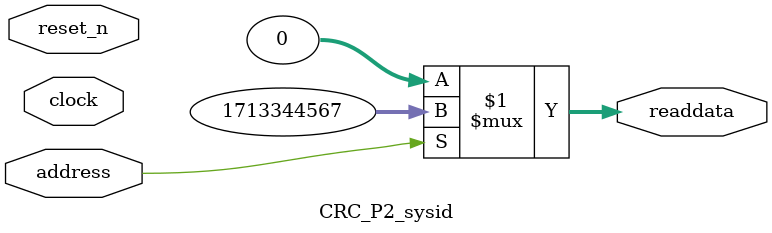
<source format=v>

`timescale 1ns / 1ps
// synthesis translate_on

// turn off superfluous verilog processor warnings 
// altera message_level Level1 
// altera message_off 10034 10035 10036 10037 10230 10240 10030 

module CRC_P2_sysid (
               // inputs:
                address,
                clock,
                reset_n,

               // outputs:
                readdata
             )
;

  output  [ 31: 0] readdata;
  input            address;
  input            clock;
  input            reset_n;

  wire    [ 31: 0] readdata;
  //control_slave, which is an e_avalon_slave
  assign readdata = address ? 1713344567 : 0;

endmodule




</source>
